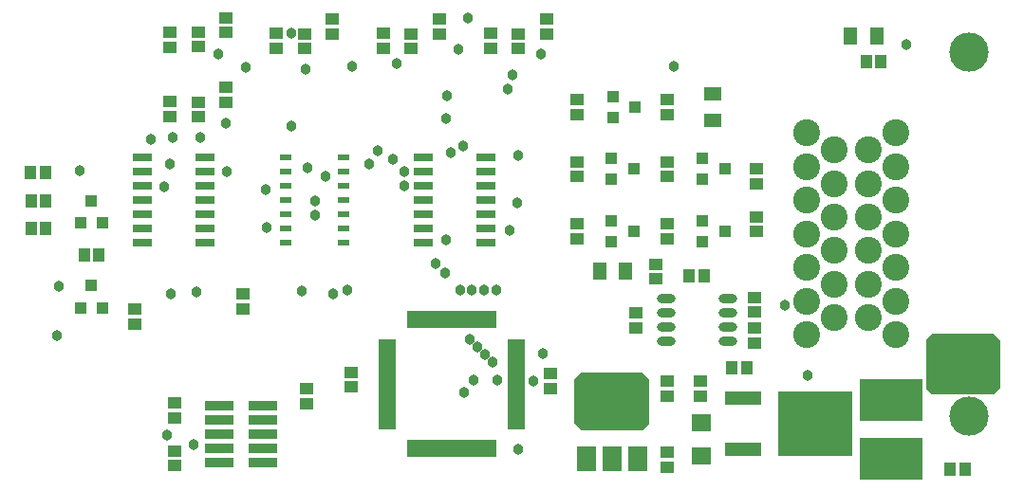
<source format=gbr>
%TF.GenerationSoftware,Altium Limited,Altium Designer,19.0.15 (446)*%
G04 Layer_Color=8388736*
%FSLAX26Y26*%
%MOIN*%
%TF.FileFunction,Soldermask,Top*%
%TF.Part,Single*%
G01*
G75*
%TA.AperFunction,SMDPad,CuDef*%
%ADD46R,0.047370X0.043433*%
%ADD47R,0.043433X0.047370*%
%ADD48R,0.045402X0.041465*%
%ADD49R,0.043000X0.024535*%
%ADD50R,0.065087X0.031622*%
%ADD54O,0.065087X0.031622*%
%ADD55R,0.041465X0.045402*%
%TA.AperFunction,ComponentPad*%
%ADD56C,0.137921*%
%ADD57C,0.094614*%
%TA.AperFunction,ViaPad*%
%ADD58C,0.038000*%
%TA.AperFunction,SMDPad,CuDef*%
%ADD61R,0.059181X0.051307*%
%ADD62R,0.051307X0.059181*%
%ADD63R,0.065087X0.061150*%
%TA.AperFunction,ConnectorPad*%
%ADD64R,0.222567X0.145795*%
%TA.AperFunction,SMDPad,CuDef*%
%ADD65R,0.043433X0.039496*%
%ADD66R,0.039496X0.043433*%
%ADD67R,0.259969X0.226504*%
%ADD68R,0.126110X0.047370*%
%ADD69R,0.019811X0.061150*%
%ADD70R,0.061150X0.019811*%
%ADD71R,0.157606X0.086740*%
%ADD72R,0.067055X0.086740*%
%ADD73R,0.102488X0.037921*%
G36*
X2736220Y361221D02*
X2736220Y206693D01*
X2712598Y183071D01*
X2499016Y183071D01*
X2472441Y209646D01*
X2472441Y363189D01*
X2497047Y387795D01*
X2709646Y387795D01*
X2736220Y361221D01*
D02*
G37*
G36*
X3967519Y500000D02*
X3967519Y333661D01*
X3945866Y312008D01*
X3727362Y312008D01*
X3707677Y331693D01*
X3707677Y503431D01*
X3728852Y524606D01*
X3942913Y524606D01*
X3967519Y500000D01*
D02*
G37*
D46*
X2687008Y544291D02*
D03*
Y597441D02*
D03*
X1687902Y335630D02*
D03*
Y388779D02*
D03*
X1066929Y280512D02*
D03*
Y227362D02*
D03*
X2386811Y329724D02*
D03*
Y382874D02*
D03*
X1051166Y1339567D02*
D03*
Y1286417D02*
D03*
X2177120Y1579724D02*
D03*
Y1526575D02*
D03*
X1425167Y1579724D02*
D03*
Y1526575D02*
D03*
X1051166Y1584646D02*
D03*
Y1531496D02*
D03*
X1800878Y1579475D02*
D03*
Y1526325D02*
D03*
X2799213Y106299D02*
D03*
Y53150D02*
D03*
X2798228Y356299D02*
D03*
Y303150D02*
D03*
X1307087Y611221D02*
D03*
Y664370D02*
D03*
D47*
X562008Y1090551D02*
D03*
X615157D02*
D03*
X3076772Y404528D02*
D03*
X3023622D02*
D03*
X3790354Y46260D02*
D03*
X3843504D02*
D03*
D48*
X2799213Y909449D02*
D03*
Y858268D02*
D03*
Y1128937D02*
D03*
Y1077756D02*
D03*
X2480315Y909448D02*
D03*
Y858267D02*
D03*
Y1128937D02*
D03*
Y1077756D02*
D03*
X3110236Y935039D02*
D03*
Y883858D02*
D03*
Y1052165D02*
D03*
Y1103346D02*
D03*
X929134Y610031D02*
D03*
Y558850D02*
D03*
X3105236Y543147D02*
D03*
Y491966D02*
D03*
Y600698D02*
D03*
Y651879D02*
D03*
X1531496Y329724D02*
D03*
Y278543D02*
D03*
X1066929Y112205D02*
D03*
Y61023D02*
D03*
X2798228Y1295276D02*
D03*
Y1346457D02*
D03*
X2480315Y1295276D02*
D03*
Y1346457D02*
D03*
X2756654Y767716D02*
D03*
Y716535D02*
D03*
X2913386Y305118D02*
D03*
Y356299D02*
D03*
X1248016Y1338583D02*
D03*
Y1389764D02*
D03*
X2373971Y1578740D02*
D03*
Y1629921D02*
D03*
X1149591Y1287402D02*
D03*
Y1338583D02*
D03*
X2275546Y1527559D02*
D03*
Y1578740D02*
D03*
X1622017D02*
D03*
Y1629921D02*
D03*
X1523592Y1527559D02*
D03*
Y1578740D02*
D03*
X1248016Y1583661D02*
D03*
Y1634842D02*
D03*
X1997728Y1578490D02*
D03*
Y1629671D02*
D03*
X1149591Y1532480D02*
D03*
Y1583661D02*
D03*
X1899303Y1527309D02*
D03*
Y1578490D02*
D03*
D49*
X1662402Y843110D02*
D03*
Y893110D02*
D03*
Y943110D02*
D03*
Y993110D02*
D03*
Y1043110D02*
D03*
Y1093110D02*
D03*
Y1143110D02*
D03*
X1457677Y843110D02*
D03*
Y893110D02*
D03*
Y943110D02*
D03*
Y993110D02*
D03*
Y1043110D02*
D03*
Y1093110D02*
D03*
Y1143110D02*
D03*
D50*
X1175437Y843110D02*
D03*
Y893110D02*
D03*
Y943110D02*
D03*
Y993110D02*
D03*
Y1043110D02*
D03*
Y1093110D02*
D03*
Y1143110D02*
D03*
X954964Y843110D02*
D03*
Y893110D02*
D03*
Y943110D02*
D03*
Y993110D02*
D03*
Y1043110D02*
D03*
Y1093110D02*
D03*
Y1143110D02*
D03*
X2161417Y843110D02*
D03*
Y893110D02*
D03*
Y943110D02*
D03*
Y993110D02*
D03*
Y1043110D02*
D03*
Y1093110D02*
D03*
Y1143110D02*
D03*
X1940945Y843110D02*
D03*
Y893110D02*
D03*
Y943110D02*
D03*
Y993110D02*
D03*
Y1043110D02*
D03*
Y1093110D02*
D03*
Y1143110D02*
D03*
D54*
X2795276Y647835D02*
D03*
Y597835D02*
D03*
Y547835D02*
D03*
Y497835D02*
D03*
X3009843Y647835D02*
D03*
Y497835D02*
D03*
Y597835D02*
D03*
Y547835D02*
D03*
D55*
X614173Y893701D02*
D03*
X562992D02*
D03*
X562992Y992126D02*
D03*
X614173D02*
D03*
X750000Y799213D02*
D03*
X801181D02*
D03*
X2875984Y728346D02*
D03*
X2927165D02*
D03*
X3498032Y1480315D02*
D03*
X3549213D02*
D03*
D56*
X3858268Y235236D02*
D03*
Y1514764D02*
D03*
D57*
X3287402Y1229331D02*
D03*
Y1111220D02*
D03*
Y993110D02*
D03*
Y875000D02*
D03*
Y756890D02*
D03*
Y638779D02*
D03*
Y520669D02*
D03*
X3385827Y1170276D02*
D03*
Y1052165D02*
D03*
Y934055D02*
D03*
Y815945D02*
D03*
Y697835D02*
D03*
Y579724D02*
D03*
X3503937Y1170276D02*
D03*
Y1052165D02*
D03*
Y934055D02*
D03*
Y815945D02*
D03*
Y697835D02*
D03*
Y579724D02*
D03*
X3602362Y1229331D02*
D03*
Y1111220D02*
D03*
Y993110D02*
D03*
Y875000D02*
D03*
Y756890D02*
D03*
Y638779D02*
D03*
Y520669D02*
D03*
D58*
X1984252Y771520D02*
D03*
X1625984Y664370D02*
D03*
X1040624Y168037D02*
D03*
X1133858Y133858D02*
D03*
X1691493Y1464567D02*
D03*
X1834646Y1136752D02*
D03*
X2026115Y1362205D02*
D03*
X983005Y1208661D02*
D03*
X2273622Y1149606D02*
D03*
X1849535Y1472441D02*
D03*
X1247524Y1263112D02*
D03*
X1527559Y1452756D02*
D03*
X1476378Y1254260D02*
D03*
X736221Y1096460D02*
D03*
X661417Y689961D02*
D03*
X2354331Y1507874D02*
D03*
X2822222Y1462923D02*
D03*
X3638955Y1539370D02*
D03*
X1476378Y1579232D02*
D03*
X1221306Y1507874D02*
D03*
X1158704Y1212598D02*
D03*
X1061012Y1213699D02*
D03*
X653543Y515748D02*
D03*
X1145669Y669291D02*
D03*
X1514659Y674328D02*
D03*
X2275591Y118110D02*
D03*
X2200787Y359048D02*
D03*
X2327756Y356299D02*
D03*
X2118110Y362205D02*
D03*
X1673228Y678150D02*
D03*
X1318898Y1460630D02*
D03*
X1031496Y1039370D02*
D03*
X1251968Y1095472D02*
D03*
X1051658Y1122047D02*
D03*
X1055118Y665354D02*
D03*
X1389764Y898622D02*
D03*
X1388780Y1029528D02*
D03*
X2197835Y677165D02*
D03*
X2271653Y983268D02*
D03*
X2243110Y886811D02*
D03*
X1780512Y1167323D02*
D03*
X1752512Y1119094D02*
D03*
X1562008Y941929D02*
D03*
Y992126D02*
D03*
X1533465Y1107284D02*
D03*
X1599409Y1076772D02*
D03*
X2018701Y738189D02*
D03*
X1875000Y1042323D02*
D03*
Y1095472D02*
D03*
X2254528Y1434449D02*
D03*
X2238780Y1384449D02*
D03*
X2112533Y677165D02*
D03*
X2069882D02*
D03*
X2155184D02*
D03*
X2019685Y854331D02*
D03*
X2098425Y1632382D02*
D03*
X2062992Y1523622D02*
D03*
X2039370Y1161417D02*
D03*
X2082677Y1184449D02*
D03*
X2019685Y1281988D02*
D03*
X2360236Y454724D02*
D03*
X2185925Y422342D02*
D03*
X2159055Y449213D02*
D03*
X2132185Y476083D02*
D03*
X2105315Y502953D02*
D03*
X2085630Y317913D02*
D03*
X3212598Y624016D02*
D03*
X3291339Y376969D02*
D03*
X3940962Y482284D02*
D03*
X3921277Y442914D02*
D03*
X3940962Y403544D02*
D03*
X3921277Y364174D02*
D03*
X3901592Y482284D02*
D03*
X3881907Y442914D02*
D03*
X3901592Y403544D02*
D03*
X3881907Y364174D02*
D03*
X3862222Y482284D02*
D03*
X3842537Y442914D02*
D03*
X3862222Y403544D02*
D03*
X3842537Y364174D02*
D03*
X3822852Y482284D02*
D03*
X3803167Y442914D02*
D03*
X3822852Y403544D02*
D03*
X3803167Y364174D02*
D03*
X3783482Y482284D02*
D03*
X3763797Y442914D02*
D03*
X3783482Y403544D02*
D03*
X3763797Y364174D02*
D03*
X3744111Y482284D02*
D03*
X3724427Y442914D02*
D03*
X3744111Y403544D02*
D03*
X3724427Y364174D02*
D03*
D61*
X2956693Y1275591D02*
D03*
Y1366142D02*
D03*
D62*
X2651575Y744095D02*
D03*
X2561024D02*
D03*
X3442913Y1570866D02*
D03*
X3533465D02*
D03*
D63*
X2917323Y210630D02*
D03*
Y94488D02*
D03*
D64*
X3584646Y291339D02*
D03*
Y84646D02*
D03*
D65*
X2606299Y1358268D02*
D03*
Y1283465D02*
D03*
X2685039Y1320866D02*
D03*
X2921260Y921260D02*
D03*
Y846457D02*
D03*
X3000000Y883858D02*
D03*
X2921260Y1140748D02*
D03*
Y1065945D02*
D03*
X3000000Y1103346D02*
D03*
X2602452Y921260D02*
D03*
Y846457D02*
D03*
X2681193Y883858D02*
D03*
X2602362Y1140748D02*
D03*
Y1065945D02*
D03*
X2681102Y1103346D02*
D03*
D66*
X738189Y615158D02*
D03*
X812992D02*
D03*
X775591Y693898D02*
D03*
X738189Y913405D02*
D03*
X812992D02*
D03*
X775591Y992146D02*
D03*
D67*
X3316929Y206102D02*
D03*
D68*
X3062992Y115945D02*
D03*
Y296260D02*
D03*
D69*
X2188976Y120079D02*
D03*
X2169291D02*
D03*
X2149606D02*
D03*
X2129921D02*
D03*
X2110236D02*
D03*
X2090551D02*
D03*
X2070866D02*
D03*
X2051181D02*
D03*
X2031496D02*
D03*
X2011811D02*
D03*
X1992126D02*
D03*
X1972441D02*
D03*
X1952756D02*
D03*
X1933071D02*
D03*
X1913386D02*
D03*
X1893701D02*
D03*
Y572835D02*
D03*
X1913386D02*
D03*
X1933071D02*
D03*
X1952756D02*
D03*
X1972441D02*
D03*
X1992126D02*
D03*
X2011811D02*
D03*
X2031496D02*
D03*
X2051181D02*
D03*
X2070866D02*
D03*
X2090551D02*
D03*
X2110236D02*
D03*
X2129921D02*
D03*
X2149606D02*
D03*
X2169291D02*
D03*
X2188976D02*
D03*
D70*
X1814961Y198819D02*
D03*
Y218504D02*
D03*
Y238189D02*
D03*
Y257874D02*
D03*
Y277559D02*
D03*
Y297244D02*
D03*
Y316929D02*
D03*
Y336614D02*
D03*
Y356299D02*
D03*
Y375984D02*
D03*
Y395669D02*
D03*
Y415354D02*
D03*
Y435039D02*
D03*
Y454724D02*
D03*
Y474409D02*
D03*
Y494094D02*
D03*
X2267717D02*
D03*
Y474409D02*
D03*
Y454724D02*
D03*
Y435039D02*
D03*
Y415354D02*
D03*
Y395669D02*
D03*
Y375984D02*
D03*
Y356299D02*
D03*
Y336614D02*
D03*
Y316929D02*
D03*
Y297244D02*
D03*
Y277559D02*
D03*
Y257874D02*
D03*
Y238189D02*
D03*
Y218504D02*
D03*
Y198819D02*
D03*
D71*
X2604331Y330709D02*
D03*
D72*
X2694882Y82677D02*
D03*
X2604331D02*
D03*
X2513779D02*
D03*
D73*
X1224409Y270276D02*
D03*
X1377953D02*
D03*
X1224409Y220275D02*
D03*
X1377953D02*
D03*
X1224409Y170275D02*
D03*
X1377953D02*
D03*
X1224409Y120275D02*
D03*
X1377953D02*
D03*
X1224409Y70275D02*
D03*
X1377953D02*
D03*
%TF.MD5,6a6e088dc39cda291d0ecad32bcb3a9b*%
M02*

</source>
